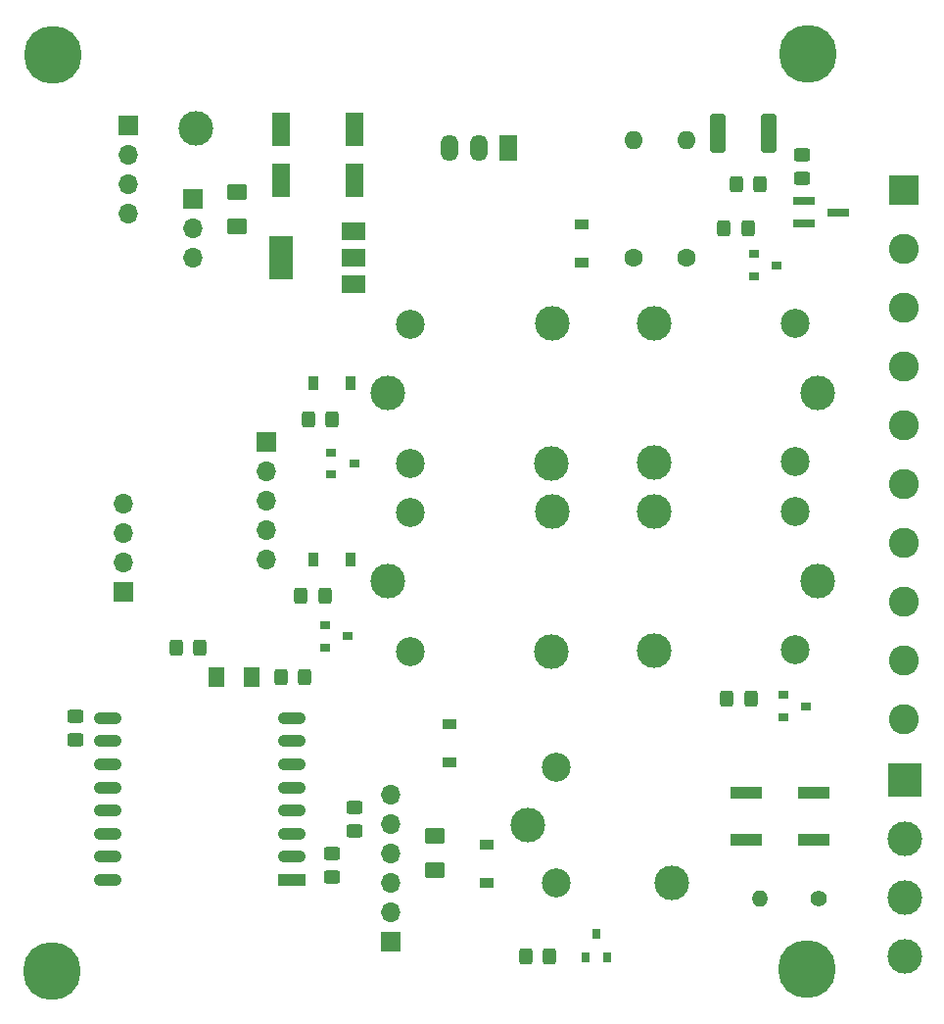
<source format=gbr>
%TF.GenerationSoftware,KiCad,Pcbnew,6.0.4-6f826c9f35~116~ubuntu22.04.1*%
%TF.CreationDate,2022-04-22T21:12:33+02:00*%
%TF.ProjectId,BRAMA,4252414d-412e-46b6-9963-61645f706362,rev?*%
%TF.SameCoordinates,Original*%
%TF.FileFunction,Soldermask,Top*%
%TF.FilePolarity,Negative*%
%FSLAX46Y46*%
G04 Gerber Fmt 4.6, Leading zero omitted, Abs format (unit mm)*
G04 Created by KiCad (PCBNEW 6.0.4-6f826c9f35~116~ubuntu22.04.1) date 2022-04-22 21:12:33*
%MOMM*%
%LPD*%
G01*
G04 APERTURE LIST*
G04 Aperture macros list*
%AMRoundRect*
0 Rectangle with rounded corners*
0 $1 Rounding radius*
0 $2 $3 $4 $5 $6 $7 $8 $9 X,Y pos of 4 corners*
0 Add a 4 corners polygon primitive as box body*
4,1,4,$2,$3,$4,$5,$6,$7,$8,$9,$2,$3,0*
0 Add four circle primitives for the rounded corners*
1,1,$1+$1,$2,$3*
1,1,$1+$1,$4,$5*
1,1,$1+$1,$6,$7*
1,1,$1+$1,$8,$9*
0 Add four rect primitives between the rounded corners*
20,1,$1+$1,$2,$3,$4,$5,0*
20,1,$1+$1,$4,$5,$6,$7,0*
20,1,$1+$1,$6,$7,$8,$9,0*
20,1,$1+$1,$8,$9,$2,$3,0*%
G04 Aperture macros list end*
%ADD10C,5.000000*%
%ADD11R,2.600000X2.600000*%
%ADD12C,2.600000*%
%ADD13RoundRect,0.250000X-0.325000X-0.450000X0.325000X-0.450000X0.325000X0.450000X-0.325000X0.450000X0*%
%ADD14R,1.700000X1.700000*%
%ADD15O,1.700000X1.700000*%
%ADD16RoundRect,0.250000X-0.450000X0.325000X-0.450000X-0.325000X0.450000X-0.325000X0.450000X0.325000X0*%
%ADD17R,1.900000X0.800000*%
%ADD18RoundRect,0.250001X-0.624999X0.462499X-0.624999X-0.462499X0.624999X-0.462499X0.624999X0.462499X0*%
%ADD19R,0.900000X0.800000*%
%ADD20C,3.000000*%
%ADD21C,2.500000*%
%ADD22C,1.600000*%
%ADD23O,1.600000X1.600000*%
%ADD24RoundRect,0.250000X-0.400000X-1.450000X0.400000X-1.450000X0.400000X1.450000X-0.400000X1.450000X0*%
%ADD25R,3.000000X3.000000*%
%ADD26RoundRect,0.250000X0.325000X0.450000X-0.325000X0.450000X-0.325000X-0.450000X0.325000X-0.450000X0*%
%ADD27R,2.750000X1.000000*%
%ADD28R,2.000000X1.500000*%
%ADD29R,2.000000X3.800000*%
%ADD30R,2.400000X1.100000*%
%ADD31O,2.400000X1.100000*%
%ADD32R,1.600000X3.000000*%
%ADD33R,1.200000X0.900000*%
%ADD34RoundRect,0.250000X0.450000X-0.325000X0.450000X0.325000X-0.450000X0.325000X-0.450000X-0.325000X0*%
%ADD35RoundRect,0.250001X0.462499X0.624999X-0.462499X0.624999X-0.462499X-0.624999X0.462499X-0.624999X0*%
%ADD36C,1.400000*%
%ADD37O,1.400000X1.400000*%
%ADD38R,0.900000X1.200000*%
%ADD39R,0.800000X0.900000*%
%ADD40R,1.500000X2.300000*%
%ADD41O,1.500000X2.300000*%
%ADD42RoundRect,0.250001X0.624999X-0.462499X0.624999X0.462499X-0.624999X0.462499X-0.624999X-0.462499X0*%
G04 APERTURE END LIST*
D10*
%TO.C,pad_3mm*%
X214503000Y-50292000D03*
%TD*%
%TO.C,pad_3mm*%
X214376000Y-129413000D03*
%TD*%
%TO.C,pad_3mm*%
X149098000Y-129540000D03*
%TD*%
%TO.C,pad_3mm*%
X149225000Y-50419000D03*
%TD*%
D11*
%TO.C,J1*%
X222834000Y-62103000D03*
D12*
X222834000Y-67183000D03*
X222834000Y-72263000D03*
X222834000Y-77343000D03*
X222834000Y-82423000D03*
X222834000Y-87503000D03*
X222834000Y-92583000D03*
X222834000Y-97663000D03*
X222834000Y-102743000D03*
X222834000Y-107823000D03*
%TD*%
D13*
%TO.C,R8*%
X207255000Y-65405000D03*
X209305000Y-65405000D03*
%TD*%
D14*
%TO.C,J3*%
X155702000Y-56515000D03*
D15*
X155702000Y-59055000D03*
X155702000Y-61595000D03*
X155702000Y-64135000D03*
%TD*%
D16*
%TO.C,R2*%
X173355000Y-119380000D03*
X173355000Y-121430000D03*
%TD*%
D17*
%TO.C,Q2*%
X214146000Y-63058000D03*
X214146000Y-64958000D03*
X217146000Y-64008000D03*
%TD*%
D18*
%TO.C,C2*%
X182245000Y-117892500D03*
X182245000Y-120867500D03*
%TD*%
D19*
%TO.C,Q5*%
X172720000Y-99695000D03*
X172720000Y-101595000D03*
X174720000Y-100645000D03*
%TD*%
D20*
%TO.C,K5*%
X215383000Y-95885000D03*
D21*
X213433000Y-89835000D03*
D20*
X201233000Y-89835000D03*
X201183000Y-101885000D03*
D21*
X213433000Y-101835000D03*
%TD*%
D22*
%TO.C,F4*%
X203962000Y-67945000D03*
D23*
X203962000Y-57785000D03*
%TD*%
D19*
%TO.C,Q3*%
X209820000Y-67630000D03*
X209820000Y-69530000D03*
X211820000Y-68580000D03*
%TD*%
D24*
%TO.C,F2*%
X206690000Y-57150000D03*
X211140000Y-57150000D03*
%TD*%
D22*
%TO.C,F3*%
X199390000Y-67945000D03*
D23*
X199390000Y-57785000D03*
%TD*%
D20*
%TO.C,K4*%
X178190000Y-95885000D03*
D21*
X180140000Y-101935000D03*
D20*
X192340000Y-101935000D03*
X192390000Y-89885000D03*
D21*
X180140000Y-89935000D03*
%TD*%
D19*
%TO.C,Q4*%
X173260000Y-84775000D03*
X173260000Y-86675000D03*
X175260000Y-85725000D03*
%TD*%
D25*
%TO.C,J4*%
X222885000Y-113030000D03*
D20*
X222885000Y-118110000D03*
X222885000Y-123190000D03*
X222885000Y-128270000D03*
%TD*%
D26*
%TO.C,R1*%
X170960000Y-104140000D03*
X168910000Y-104140000D03*
%TD*%
D27*
%TO.C,SW1*%
X209210000Y-114205000D03*
X214970000Y-114205000D03*
X209210000Y-118205000D03*
X214970000Y-118205000D03*
%TD*%
D28*
%TO.C,U2*%
X175235000Y-70245000D03*
X175235000Y-67945000D03*
D29*
X168935000Y-67945000D03*
D28*
X175235000Y-65645000D03*
%TD*%
D13*
%TO.C,R3*%
X190110000Y-128270000D03*
X192160000Y-128270000D03*
%TD*%
D30*
%TO.C,U1*%
X169925000Y-121710000D03*
D31*
X169925000Y-119710000D03*
X169925000Y-117710000D03*
X169925000Y-115710000D03*
X169925000Y-113710000D03*
X169925000Y-111710000D03*
X169925000Y-109710000D03*
X169925000Y-107710000D03*
X153925000Y-107710000D03*
X153925000Y-109710000D03*
X153925000Y-111710000D03*
X153925000Y-113710000D03*
X153925000Y-115710000D03*
X153925000Y-117710000D03*
X153925000Y-119710000D03*
X153925000Y-121710000D03*
%TD*%
D32*
%TO.C,C4*%
X168910000Y-61255000D03*
X168910000Y-56855000D03*
%TD*%
D16*
%TO.C,R12*%
X213995000Y-59055000D03*
X213995000Y-61105000D03*
%TD*%
D33*
%TO.C,D5*%
X194945000Y-68325000D03*
X194945000Y-65025000D03*
%TD*%
D34*
%TO.C,R5*%
X151130000Y-109610000D03*
X151130000Y-107560000D03*
%TD*%
D35*
%TO.C,C1*%
X166370000Y-104140000D03*
X163395000Y-104140000D03*
%TD*%
D16*
%TO.C,R6*%
X175260000Y-115425000D03*
X175260000Y-117475000D03*
%TD*%
D13*
%TO.C,R9*%
X171305000Y-81915000D03*
X173355000Y-81915000D03*
%TD*%
D36*
%TO.C,F1*%
X215392000Y-123317000D03*
D37*
X210312000Y-123317000D03*
%TD*%
D13*
%TO.C,R10*%
X170670000Y-97155000D03*
X172720000Y-97155000D03*
%TD*%
%TO.C,R11*%
X207500000Y-106045000D03*
X209550000Y-106045000D03*
%TD*%
D38*
%TO.C,D3*%
X171705000Y-93980000D03*
X175005000Y-93980000D03*
%TD*%
D33*
%TO.C,D2*%
X183515000Y-108205000D03*
X183515000Y-111505000D03*
%TD*%
D32*
%TO.C,C3*%
X175260000Y-61255000D03*
X175260000Y-56855000D03*
%TD*%
D14*
%TO.C,J2*%
X155321000Y-96774000D03*
D15*
X155321000Y-94234000D03*
X155321000Y-91694000D03*
X155321000Y-89154000D03*
%TD*%
D14*
%TO.C,J7*%
X167640000Y-83820000D03*
D15*
X167640000Y-86360000D03*
X167640000Y-88900000D03*
X167640000Y-91440000D03*
X167640000Y-93980000D03*
%TD*%
D13*
%TO.C,R4*%
X208280000Y-61595000D03*
X210330000Y-61595000D03*
%TD*%
D20*
%TO.C,K1*%
X190250000Y-116940000D03*
D21*
X192750000Y-121940000D03*
D20*
X202750000Y-121940000D03*
D21*
X192750000Y-111940000D03*
%TD*%
D39*
%TO.C,Q1*%
X195265000Y-128365000D03*
X197165000Y-128365000D03*
X196215000Y-126365000D03*
%TD*%
D20*
%TO.C,J11*%
X161544000Y-56769000D03*
%TD*%
%TO.C,K2*%
X215383000Y-79629000D03*
D21*
X213433000Y-73579000D03*
D20*
X201233000Y-73579000D03*
X201183000Y-85629000D03*
D21*
X213433000Y-85579000D03*
%TD*%
D14*
%TO.C,J6*%
X178435000Y-127000000D03*
D15*
X178435000Y-124460000D03*
X178435000Y-121920000D03*
X178435000Y-119380000D03*
X178435000Y-116840000D03*
X178435000Y-114300000D03*
%TD*%
D40*
%TO.C,U3*%
X188595000Y-58420000D03*
D41*
X186055000Y-58420000D03*
X183515000Y-58420000D03*
%TD*%
D20*
%TO.C,K3*%
X178190000Y-79629000D03*
D21*
X180140000Y-85679000D03*
D20*
X192340000Y-85679000D03*
X192390000Y-73629000D03*
D21*
X180140000Y-73679000D03*
%TD*%
D19*
%TO.C,Q6*%
X212360000Y-105730000D03*
X212360000Y-107630000D03*
X214360000Y-106680000D03*
%TD*%
D26*
%TO.C,R7*%
X161925000Y-101600000D03*
X159875000Y-101600000D03*
%TD*%
D42*
%TO.C,C5*%
X165100000Y-65205000D03*
X165100000Y-62230000D03*
%TD*%
D33*
%TO.C,D1*%
X186690000Y-121920000D03*
X186690000Y-118620000D03*
%TD*%
D14*
%TO.C,J5*%
X161290000Y-62865000D03*
D15*
X161290000Y-65405000D03*
X161290000Y-67945000D03*
%TD*%
D38*
%TO.C,D4*%
X175005000Y-78740000D03*
X171705000Y-78740000D03*
%TD*%
M02*

</source>
